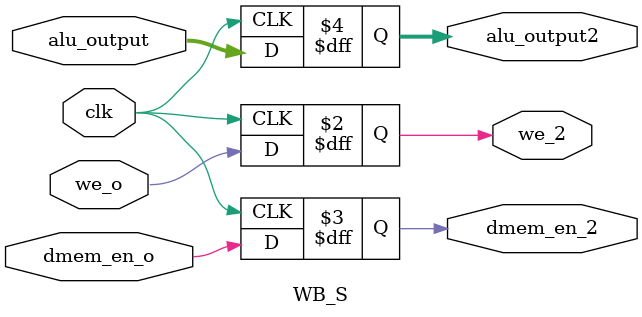
<source format=v>
`timescale 1ns / 1ps


module WB_S(
input clk,
input we_o,dmem_en_o,
input [31:0]alu_output,
output reg we_2,dmem_en_2,
output reg [31:0]alu_output2
    );
    always@(posedge clk)
    begin
        we_2 <= we_o;
        dmem_en_2 <= dmem_en_o;
        alu_output2 <= alu_output;
    end
    
    
    
endmodule

</source>
